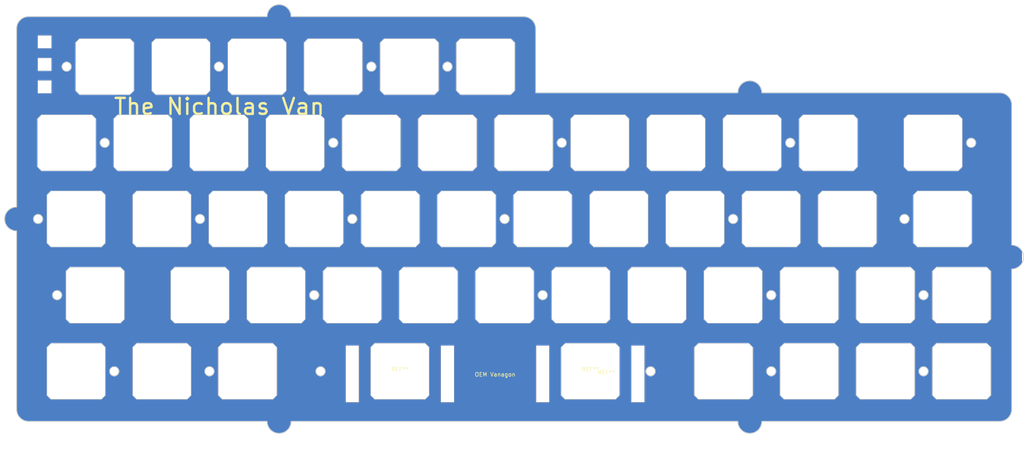
<source format=kicad_pcb>
(kicad_pcb (version 20221018) (generator pcbnew)
  (layers (0 "F.Cu" signal) (31 "B.Cu" signal) (34 "B.Paste" user) (35 "F.Paste" user) (36 "B.SilkS" user "B.Silkscreen") (37 "F.SilkS" user "F.Silkscreen") (38 "B.Mask" user) (39 "F.Mask" user) (44 "Edge.Cuts" user))
  (net 0 "")
  (net 1 "GND")
  (footprint "cipulot_parts:ecs_plate_cut_1U" (layer "F.Cu") (at 242.8875 115.8875)
    (fp_text reference "REF**")
    (fp_text value "Value " hide)
    (fp_line (start -7.3 -6) (end -7.3 6) (stroke (width 0.12)) (layer "Edge.Cuts"))
    (fp_line (start -7.3 6) (end -6.3 7) (stroke (width 0.12)) (layer "Edge.Cuts"))
    (fp_line (start -6.3 -7) (end -7.3 -6) (stroke (width 0.12)) (layer "Edge.Cuts"))
    (fp_line (start -6.3 7) (end 6.3 7) (stroke (width 0.12)) (layer "Edge.Cuts"))
    (fp_line (start 6.3 -7) (end -6.3 -7) (stroke (width 0.12)) (layer "Edge.Cuts"))
    (fp_line (start 6.3 -7) (end 7.3 -6) (stroke (width 0.12)) (layer "Edge.Cuts"))
    (fp_line (start 6.3 7) (end 7.3 6) (stroke (width 0.12)) (layer "Edge.Cuts"))
    (fp_line (start 7.3 6) (end 7.3 -6) (stroke (width 0.12)) (layer "Edge.Cuts"))
  )
  (footprint "cipulot_parts:ecs_plate_cut_1U" (layer "F.Cu") (at 45.24375 115.8875)
    (fp_text reference "REF**")
    (fp_text value "Value " hide)
    (fp_line (start -7.3 -6) (end -7.3 6) (stroke (width 0.12)) (layer "Edge.Cuts"))
    (fp_line (start -7.3 6) (end -6.3 7) (stroke (width 0.12)) (layer "Edge.Cuts"))
    (fp_line (start -6.3 -7) (end -7.3 -6) (stroke (width 0.12)) (layer "Edge.Cuts"))
    (fp_line (start -6.3 7) (end 6.3 7) (stroke (width 0.12)) (layer "Edge.Cuts"))
    (fp_line (start 6.3 -7) (end -6.3 -7) (stroke (width 0.12)) (layer "Edge.Cuts"))
    (fp_line (start 6.3 -7) (end 7.3 -6) (stroke (width 0.12)) (layer "Edge.Cuts"))
    (fp_line (start 6.3 7) (end 7.3 6) (stroke (width 0.12)) (layer "Edge.Cuts"))
    (fp_line (start 7.3 6) (end 7.3 -6) (stroke (width 0.12)) (layer "Edge.Cuts"))
  )
  (footprint "cipulot_parts:ecs_plate_cut_1U" (layer "F.Cu") (at 190.5 77.7875)
    (fp_text reference "REF**")
    (fp_text value "Value " hide)
    (fp_line (start -7.3 -6) (end -7.3 6) (stroke (width 0.12)) (layer "Edge.Cuts"))
    (fp_line (start -7.3 6) (end -6.3 7) (stroke (width 0.12)) (layer "Edge.Cuts"))
    (fp_line (start -6.3 -7) (end -7.3 -6) (stroke (width 0.12)) (layer "Edge.Cuts"))
    (fp_line (start -6.3 7) (end 6.3 7) (stroke (width 0.12)) (layer "Edge.Cuts"))
    (fp_line (start 6.3 -7) (end -6.3 -7) (stroke (width 0.12)) (layer "Edge.Cuts"))
    (fp_line (start 6.3 -7) (end 7.3 -6) (stroke (width 0.12)) (layer "Edge.Cuts"))
    (fp_line (start 6.3 7) (end 7.3 6) (stroke (width 0.12)) (layer "Edge.Cuts"))
    (fp_line (start 7.3 6) (end 7.3 -6) (stroke (width 0.12)) (layer "Edge.Cuts"))
  )
  (footprint "cipulot_parts:ecs_plate_cut_1U" (layer "F.Cu") (at 261.9375 134.9375)
    (fp_text reference "REF**")
    (fp_text value "Value " hide)
    (fp_line (start -7.3 -6) (end -7.3 6) (stroke (width 0.12)) (layer "Edge.Cuts"))
    (fp_line (start -7.3 6) (end -6.3 7) (stroke (width 0.12)) (layer "Edge.Cuts"))
    (fp_line (start -6.3 -7) (end -7.3 -6) (stroke (width 0.12)) (layer "Edge.Cuts"))
    (fp_line (start -6.3 7) (end 6.3 7) (stroke (width 0.12)) (layer "Edge.Cuts"))
    (fp_line (start 6.3 -7) (end -6.3 -7) (stroke (width 0.12)) (layer "Edge.Cuts"))
    (fp_line (start 6.3 -7) (end 7.3 -6) (stroke (width 0.12)) (layer "Edge.Cuts"))
    (fp_line (start 6.3 7) (end 7.3 6) (stroke (width 0.12)) (layer "Edge.Cuts"))
    (fp_line (start 7.3 6) (end 7.3 -6) (stroke (width 0.12)) (layer "Edge.Cuts"))
  )
  (footprint "cipulot_parts:ecs_plate_cut_1U" (layer "F.Cu") (at 123.825 58.7375)
    (fp_text reference "REF**")
    (fp_text value "Value " hide)
    (fp_line (start -7.3 -6) (end -7.3 6) (stroke (width 0.12)) (layer "Edge.Cuts"))
    (fp_line (start -7.3 6) (end -6.3 7) (stroke (width 0.12)) (layer "Edge.Cuts"))
    (fp_line (start -6.3 -7) (end -7.3 -6) (stroke (width 0.12)) (layer "Edge.Cuts"))
    (fp_line (start -6.3 7) (end 6.3 7) (stroke (width 0.12)) (layer "Edge.Cuts"))
    (fp_line (start 6.3 -7) (end -6.3 -7) (stroke (width 0.12)) (layer "Edge.Cuts"))
    (fp_line (start 6.3 -7) (end 7.3 -6) (stroke (width 0.12)) (layer "Edge.Cuts"))
    (fp_line (start 6.3 7) (end 7.3 6) (stroke (width 0.12)) (layer "Edge.Cuts"))
    (fp_line (start 7.3 6) (end 7.3 -6) (stroke (width 0.12)) (layer "Edge.Cuts"))
  )
  (footprint "cipulot_parts:ecs_plate_cut_1U" (layer "F.Cu") (at 261.9375 115.8875)
    (fp_text reference "REF**")
    (fp_text value "Value " hide)
    (fp_line (start -7.3 -6) (end -7.3 6) (stroke (width 0.12)) (layer "Edge.Cuts"))
    (fp_line (start -7.3 6) (end -6.3 7) (stroke (width 0.12)) (layer "Edge.Cuts"))
    (fp_line (start -6.3 -7) (end -7.3 -6) (stroke (width 0.12)) (layer "Edge.Cuts"))
    (fp_line (start -6.3 7) (end 6.3 7) (stroke (width 0.12)) (layer "Edge.Cuts"))
    (fp_line (start 6.3 -7) (end -6.3 -7) (stroke (width 0.12)) (layer "Edge.Cuts"))
    (fp_line (start 6.3 -7) (end 7.3 -6) (stroke (width 0.12)) (layer "Edge.Cuts"))
    (fp_line (start 6.3 7) (end 7.3 6) (stroke (width 0.12)) (layer "Edge.Cuts"))
    (fp_line (start 7.3 6) (end 7.3 -6) (stroke (width 0.12)) (layer "Edge.Cuts"))
  )
  (footprint "cipulot_parts:ecs_plate_cut_1U" (layer "F.Cu") (at 85.725 58.7375)
    (fp_text reference "REF**")
    (fp_text value "Value " hide)
    (fp_line (start -7.3 -6) (end -7.3 6) (stroke (width 0.12)) (layer "Edge.Cuts"))
    (fp_line (start -7.3 6) (end -6.3 7) (stroke (width 0.12)) (layer "Edge.Cuts"))
    (fp_line (start -6.3 -7) (end -7.3 -6) (stroke (width 0.12)) (layer "Edge.Cuts"))
    (fp_line (start -6.3 7) (end 6.3 7) (stroke (width 0.12)) (layer "Edge.Cuts"))
    (fp_line (start 6.3 -7) (end -6.3 -7) (stroke (width 0.12)) (layer "Edge.Cuts"))
    (fp_line (start 6.3 -7) (end 7.3 -6) (stroke (width 0.12)) (layer "Edge.Cuts"))
    (fp_line (start 6.3 7) (end 7.3 6) (stroke (width 0.12)) (layer "Edge.Cuts"))
    (fp_line (start 7.3 6) (end 7.3 -6) (stroke (width 0.12)) (layer "Edge.Cuts"))
  )
  (footprint "cipulot_parts:ecs_plate_cut_1U" (layer "F.Cu") (at 223.8375 115.8875)
    (fp_text reference "REF**")
    (fp_text value "Value " hide)
    (fp_line (start -7.3 -6) (end -7.3 6) (stroke (width 0.12)) (layer "Edge.Cuts"))
    (fp_line (start -7.3 6) (end -6.3 7) (stroke (width 0.12)) (layer "Edge.Cuts"))
    (fp_line (start -6.3 -7) (end -7.3 -6) (stroke (width 0.12)) (layer "Edge.Cuts"))
    (fp_line (start -6.3 7) (end 6.3 7) (stroke (width 0.12)) (layer "Edge.Cuts"))
    (fp_line (start 6.3 -7) (end -6.3 -7) (stroke (width 0.12)) (layer "Edge.Cuts"))
    (fp_line (start 6.3 -7) (end 7.3 -6) (stroke (width 0.12)) (layer "Edge.Cuts"))
    (fp_line (start 6.3 7) (end 7.3 6) (stroke (width 0.12)) (layer "Edge.Cuts"))
    (fp_line (start 7.3 6) (end 7.3 -6) (stroke (width 0.12)) (layer "Edge.Cuts"))
  )
  (footprint "cipulot_parts:costar_stab_2u" (layer "F.Cu") (at 121.44375 134.9375)
    (fp_text reference "REF**" (at 0 -0.5 unlocked) (layer "F.SilkS") (effects (font (thickness 0.1))))
    (fp_text value "costar_stab_2u")
    (fp_line (start -13.54956 -6.45005) (end -10.25055 -6.45005) (stroke (width 0.05)) (layer "Edge.Cuts"))
    (fp_line (start -13.54956 7.74925) (end -13.54956 -6.45005) (stroke (width 0.05)) (layer "Edge.Cuts"))
    (fp_line (start -10.25055 -6.45005) (end -10.25055 7.74925) (stroke (width 0.05)) (layer "Edge.Cuts"))
    (fp_line (start -10.25055 7.74925) (end -13.54956 7.74925) (stroke (width 0.05)) (layer "Edge.Cuts"))
    (fp_line (start 10.24915 -6.45005) (end 13.54955 -6.45005) (stroke (width 0.05)) (layer "Edge.Cuts"))
    (fp_line (start 10.24915 7.74925) (end 10.24915 -6.45005) (stroke (width 0.05)) (layer "Edge.Cuts"))
    (fp_line (start 13.54955 -6.45005) (end 13.54955 7.74925) (stroke (width 0.05)) (layer "Edge.Cuts"))
    (fp_line (start 13.54955 7.74925) (end 10.24915 7.74925) (stroke (width 0.05)) (layer "Edge.Cuts"))
  )
  (footprint "cipulot_parts:ecs_plate_cut_1U" (layer "F.Cu") (at 233.3625 96.8375)
    (fp_text reference "REF**")
    (fp_text value "Value " hide)
    (fp_line (start -7.3 -6) (end -7.3 6) (stroke (width 0.12)) (layer "Edge.Cuts"))
    (fp_line (start -7.3 6) (end -6.3 7) (stroke (width 0.12)) (layer "Edge.Cuts"))
    (fp_line (start -6.3 -7) (end -7.3 -6) (stroke (width 0.12)) (layer "Edge.Cuts"))
    (fp_line (start -6.3 7) (end 6.3 7) (stroke (width 0.12)) (layer "Edge.Cuts"))
    (fp_line (start 6.3 -7) (end -6.3 -7) (stroke (width 0.12)) (layer "Edge.Cuts"))
    (fp_line (start 6.3 -7) (end 7.3 -6) (stroke (width 0.12)) (layer "Edge.Cuts"))
    (fp_line (start 6.3 7) (end 7.3 6) (stroke (width 0.12)) (layer "Edge.Cuts"))
    (fp_line (start 7.3 6) (end 7.3 -6) (stroke (width 0.12)) (layer "Edge.Cuts"))
  )
  (footprint "cipulot_parts:ecs_plate_cut_1U" (layer "F.Cu") (at 61.9125 96.8375)
    (fp_text reference "REF**")
    (fp_text value "Value " hide)
    (fp_line (start -7.3 -6) (end -7.3 6) (stroke (width 0.12)) (layer "Edge.Cuts"))
    (fp_line (start -7.3 6) (end -6.3 7) (stroke (width 0.12)) (layer "Edge.Cuts"))
    (fp_line (start -6.3 -7) (end -7.3 -6) (stroke (width 0.12)) (layer "Edge.Cuts"))
    (fp_line (start -6.3 7) (end 6.3 7) (stroke (width 0.12)) (layer "Edge.Cuts"))
    (fp_line (start 6.3 -7) (end -6.3 -7) (stroke (width 0.12)) (layer "Edge.Cuts"))
    (fp_line (start 6.3 -7) (end 7.3 -6) (stroke (width 0.12)) (layer "Edge.Cuts"))
    (fp_line (start 6.3 7) (end 7.3 6) (stroke (width 0.12)) (layer "Edge.Cuts"))
    (fp_line (start 7.3 6) (end 7.3 -6) (stroke (width 0.12)) (layer "Edge.Cuts"))
  )
  (footprint "cipulot_parts:ecs_plate_cut_1U" (layer "F.Cu") (at 242.8875 134.9375)
    (fp_text reference "REF**")
    (fp_text value "Value " hide)
    (fp_line (start -7.3 -6) (end -7.3 6) (stroke (width 0.12)) (layer "Edge.Cuts"))
    (fp_line (start -7.3 6) (end -6.3 7) (stroke (width 0.12)) (layer "Edge.Cuts"))
    (fp_line (start -6.3 -7) (end -7.3 -6) (stroke (width 0.12)) (layer "Edge.Cuts"))
    (fp_line (start -6.3 7) (end 6.3 7) (stroke (width 0.12)) (layer "Edge.Cuts"))
    (fp_line (start 6.3 -7) (end -6.3 -7) (stroke (width 0.12)) (layer "Edge.Cuts"))
    (fp_line (start 6.3 -7) (end 7.3 -6) (stroke (width 0.12)) (layer "Edge.Cuts"))
    (fp_line (start 6.3 7) (end 7.3 6) (stroke (width 0.12)) (layer "Edge.Cuts"))
    (fp_line (start 7.3 6) (end 7.3 -6) (stroke (width 0.12)) (layer "Edge.Cuts"))
  )
  (footprint "cipulot_parts:ecs_plate_cut_1U" (layer "F.Cu") (at 95.25 77.7875)
    (fp_text reference "REF**")
    (fp_text value "Value " hide)
    (fp_line (start -7.3 -6) (end -7.3 6) (stroke (width 0.12)) (layer "Edge.Cuts"))
    (fp_line (start -7.3 6) (end -6.3 7) (stroke (width 0.12)) (layer "Edge.Cuts"))
    (fp_line (start -6.3 -7) (end -7.3 -6) (stroke (width 0.12)) (layer "Edge.Cuts"))
    (fp_line (start -6.3 7) (end 6.3 7) (stroke (width 0.12)) (layer "Edge.Cuts"))
    (fp_line (start 6.3 -7) (end -6.3 -7) (stroke (width 0.12)) (layer "Edge.Cuts"))
    (fp_line (start 6.3 -7) (end 7.3 -6) (stroke (width 0.12)) (layer "Edge.Cuts"))
    (fp_line (start 6.3 7) (end 7.3 6) (stroke (width 0.12)) (layer "Edge.Cuts"))
    (fp_line (start 7.3 6) (end 7.3 -6) (stroke (width 0.12)) (layer "Edge.Cuts"))
  )
  (footprint "cipulot_parts:ecs_plate_cut_1U" (layer "F.Cu") (at 169.06875 134.9375)
    (fp_text reference "REF**")
    (fp_text value "Value " hide)
    (fp_line (start -7.3 -6) (end -7.3 6) (stroke (width 0.12)) (layer "Edge.Cuts"))
    (fp_line (start -7.3 6) (end -6.3 7) (stroke (width 0.12)) (layer "Edge.Cuts"))
    (fp_line (start -6.3 -7) (end -7.3 -6) (stroke (width 0.12)) (layer "Edge.Cuts"))
    (fp_line (start -6.3 7) (end 6.3 7) (stroke (width 0.12)) (layer "Edge.Cuts"))
    (fp_line (start 6.3 -7) (end -6.3 -7) (stroke (width 0.12)) (layer "Edge.Cuts"))
    (fp_line (start 6.3 -7) (end 7.3 -6) (stroke (width 0.12)) (layer "Edge.Cuts"))
    (fp_line (start 6.3 7) (end 7.3 6) (stroke (width 0.12)) (layer "Edge.Cuts"))
    (fp_line (start 7.3 6) (end 7.3 -6) (stroke (width 0.12)) (layer "Edge.Cuts"))
  )
  (footprint "cipulot_parts:ecs_plate_cut_1U" (layer "F.Cu") (at 157.1625 96.8375)
    (fp_text reference "REF**")
    (fp_text value "Value " hide)
    (fp_line (start -7.3 -6) (end -7.3 6) (stroke (width 0.12)) (layer "Edge.Cuts"))
    (fp_line (start -7.3 6) (end -6.3 7) (stroke (width 0.12)) (layer "Edge.Cuts"))
    (fp_line (start -6.3 -7) (end -7.3 -6) (stroke (width 0.12)) (layer "Edge.Cuts"))
    (fp_line (start -6.3 7) (end 6.3 7) (stroke (width 0.12)) (layer "Edge.Cuts"))
    (fp_line (start 6.3 -7) (end -6.3 -7) (stroke (width 0.12)) (layer "Edge.Cuts"))
    (fp_line (start 6.3 -7) (end 7.3 -6) (stroke (width 0.12)) (layer "Edge.Cuts"))
    (fp_line (start 6.3 7) (end 7.3 6) (stroke (width 0.12)) (layer "Edge.Cuts"))
    (fp_line (start 7.3 6) (end 7.3 -6) (stroke (width 0.12)) (layer "Edge.Cuts"))
  )
  (footprint "cipulot_parts:ecs_plate_cut_1U" (layer "F.Cu") (at 109.5375 115.8875)
    (fp_text reference "REF**")
    (fp_text value "Value " hide)
    (fp_line (start -7.3 -6) (end -7.3 6) (stroke (width 0.12)) (layer "Edge.Cuts"))
    (fp_line (start -7.3 6) (end -6.3 7) (stroke (width 0.12)) (layer "Edge.Cuts"))
    (fp_line (start -6.3 -7) (end -7.3 -6) (stroke (width 0.12)) (layer "Edge.Cuts"))
    (fp_line (start -6.3 7) (end 6.3 7) (stroke (width 0.12)) (layer "Edge.Cuts"))
    (fp_line (start 6.3 -7) (end -6.3 -7) (stroke (width 0.12)) (layer "Edge.Cuts"))
    (fp_line (start 6.3 -7) (end 7.3 -6) (stroke (width 0.12)) (layer "Edge.Cuts"))
    (fp_line (start 6.3 7) (end 7.3 6) (stroke (width 0.12)) (layer "Edge.Cuts"))
    (fp_line (start 7.3 6) (end 7.3 -6) (stroke (width 0.12)) (layer "Edge.Cuts"))
  )
  (footprint "cipulot_parts:ecs_plate_cut_1U" (layer "F.Cu") (at 176.2125 96.8375)
    (fp_text reference "REF**")
    (fp_text value "Value " hide)
    (fp_line (start -7.3 -6) (end -7.3 6) (stroke (width 0.12)) (layer "Edge.Cuts"))
    (fp_line (start -7.3 6) (end -6.3 7) (stroke (width 0.12)) (layer "Edge.Cuts"))
    (fp_line (start -6.3 -7) (end -7.3 -6) (stroke (width 0.12)) (layer "Edge.Cuts"))
    (fp_line (start -6.3 7) (end 6.3 7) (stroke (width 0.12)) (layer "Edge.Cuts"))
    (fp_line (start 6.3 -7) (end -6.3 -7) (stroke (width 0.12)) (layer "Edge.Cuts"))
    (fp_line (start 6.3 -7) (end 7.3 -6) (stroke (width 0.12)) (layer "Edge.Cuts"))
    (fp_line (start 6.3 7) (end 7.3 6) (stroke (width 0.12)) (layer "Edge.Cuts"))
    (fp_line (start 7.3 6) (end 7.3 -6) (stroke (width 0.12)) (layer "Edge.Cuts"))
  )
  (footprint "cipulot_parts:ecs_plate_cut_1U" (layer "F.Cu") (at 76.2 77.7875)
    (fp_text reference "REF**")
    (fp_text value "Value " hide)
    (fp_line (start -7.3 -6) (end -7.3 6) (stroke (width 0.12)) (layer "Edge.Cuts"))
    (fp_line (start -7.3 6) (end -6.3 7) (stroke (width 0.12)) (layer "Edge.Cuts"))
    (fp_line (start -6.3 -7) (end -7.3 -6) (stroke (width 0.12)) (layer "Edge.Cuts"))
    (fp_line (start -6.3 7) (end 6.3 7) (stroke (width 0.12)) (layer "Edge.Cuts"))
    (fp_line (start 6.3 -7) (end -6.3 -7) (stroke (width 0.12)) (layer "Edge.Cuts"))
    (fp_line (start 6.3 -7) (end 7.3 -6) (stroke (width 0.12)) (layer "Edge.Cuts"))
    (fp_line (start 6.3 7) (end 7.3 6) (stroke (width 0.12)) (layer "Edge.Cuts"))
    (fp_line (start 7.3 6) (end 7.3 -6) (stroke (width 0.12)) (layer "Edge.Cuts"))
  )
  (footprint "cipulot_parts:ecs_plate_cut_1U" (layer "F.Cu") (at 66.675 58.7375)
    (fp_text reference "REF**")
    (fp_text value "Value " hide)
    (fp_line (start -7.3 -6) (end -7.3 6) (stroke (width 0.12)) (layer "Edge.Cuts"))
    (fp_line (start -7.3 6) (end -6.3 7) (stroke (width 0.12)) (layer "Edge.Cuts"))
    (fp_line (start -6.3 -7) (end -7.3 -6) (stroke (width 0.12)) (layer "Edge.Cuts"))
    (fp_line (start -6.3 7) (end 6.3 7) (stroke (width 0.12)) (layer "Edge.Cuts"))
    (fp_line (start 6.3 -7) (end -6.3 -7) (stroke (width 0.12)) (layer "Edge.Cuts"))
    (fp_line (start 6.3 -7) (end 7.3 -6) (stroke (width 0.12)) (layer "Edge.Cuts"))
    (fp_line (start 6.3 7) (end 7.3 6) (stroke (width 0.12)) (layer "Edge.Cuts"))
    (fp_line (start 7.3 6) (end 7.3 -6) (stroke (width 0.12)) (layer "Edge.Cuts"))
  )
  (footprint "cipulot_parts:costar_stab_2u" (layer "F.Cu") (at 169.06875 134.9375)
    (fp_text reference "REF**" (at 0 -0.5 unlocked) (layer "F.SilkS") (effects (font (thickness 0.1))))
    (fp_text value "costar_stab_2u")
    (fp_line (start -13.54956 -6.45005) (end -10.25055 -6.45005) (stroke (width 0.05)) (layer "Edge.Cuts"))
    (fp_line (start -13.54956 7.74925) (end -13.54956 -6.45005) (stroke (width 0.05)) (layer "Edge.Cuts"))
    (fp_line (start -10.25055 -6.45005) (end -10.25055 7.74925) (stroke (width 0.05)) (layer "Edge.Cuts"))
    (fp_line (start -10.25055 7.74925) (end -13.54956 7.74925) (stroke (width 0.05)) (layer "Edge.Cuts"))
    (fp_line (start 10.24915 -6.45005) (end 13.54955 -6.45005) (stroke (width 0.05)) (layer "Edge.Cuts"))
    (fp_line (start 10.24915 7.74925) (end 10.24915 -6.45005) (stroke (width 0.05)) (layer "Edge.Cuts"))
    (fp_line (start 13.54955 -6.45005) (end 13.54955 7.74925) (stroke (width 0.05)) (layer "Edge.Cuts"))
    (fp_line (start 13.54955 7.74925) (end 10.24915 7.74925) (stroke (width 0.05)) (layer "Edge.Cuts"))
  )
  (footprint "cipulot_parts:ecs_plate_cut_1U" (layer "F.Cu") (at 128.5875 115.8875)
    (fp_text reference "REF**")
    (fp_text value "Value " hide)
    (fp_line (start -7.3 -6) (end -7.3 6) (stroke (width 0.12)) (layer "Edge.Cuts"))
    (fp_line (start -7.3 6) (end -6.3 7) (stroke (width 0.12)) (layer "Edge.Cuts"))
    (fp_line (start -6.3 -7) (end -7.3 -6) (stroke (width 0.12)) (layer "Edge.Cuts"))
    (fp_line (start -6.3 7) (end 6.3 7) (stroke (width 0.12)) (layer "Edge.Cuts"))
    (fp_line (start 6.3 -7) (end -6.3 -7) (stroke (width 0.12)) (layer "Edge.Cuts"))
    (fp_line (start 6.3 -7) (end 7.3 -6) (stroke (width 0.12)) (layer "Edge.Cuts"))
    (fp_line (start 6.3 7) (end 7.3 6) (stroke (width 0.12)) (layer "Edge.Cuts"))
    (fp_line (start 7.3 6) (end 7.3 -6) (stroke (width 0.12)) (layer "Edge.Cuts"))
  )
  (footprint "cipulot_parts:ecs_plate_cut_1U" (layer "F.Cu") (at 40.48125 134.9375)
    (fp_text reference "REF**")
    (fp_text value "Value " hide)
    (fp_line (start -7.3 -6) (end -7.3 6) (stroke (width 0.12)) (layer "Edge.Cuts"))
    (fp_line (start -7.3 6) (end -6.3 7) (stroke (width 0.12)) (layer "Edge.Cuts"))
    (fp_line (start -6.3 -7) (end -7.3 -6) (stroke (width 0.12)) (layer "Edge.Cuts"))
    (fp_line (start -6.3 7) (end 6.3 7) (stroke (width 0.12)) (layer "Edge.Cuts"))
    (fp_line (start 6.3 -7) (end -6.3 -7) (stroke (width 0.12)) (layer "Edge.Cuts"))
    (fp_line (start 6.3 -7) (end 7.3 -6) (stroke (width 0.12)) (layer "Edge.Cuts"))
    (fp_line (start 6.3 7) (end 7.3 6) (stroke (width 0.12)) (layer "Edge.Cuts"))
    (fp_line (start 7.3 6) (end 7.3 -6) (stroke (width 0.12)) (layer "Edge.Cuts"))
  )
  (footprint "cipulot_parts:ecs_plate_cut_1U" (layer "F.Cu") (at 57.15 77.7875)
    (fp_text reference "REF**")
    (fp_text value "Value " hide)
    (fp_line (start -7.3 -6) (end -7.3 6) (stroke (width 0.12)) (layer "Edge.Cuts"))
    (fp_line (start -7.3 6) (end -6.3 7) (stroke (width 0.12)) (layer "Edge.Cuts"))
    (fp_line (start -6.3 -7) (end -7.3 -6) (stroke (width 0.12)) (layer "Edge.Cuts"))
    (fp_line (start -6.3 7) (end 6.3 7) (stroke (width 0.12)) (layer "Edge.Cuts"))
    (fp_line (start 6.3 -7) (end -6.3 -7) (stroke (width 0.12)) (layer "Edge.Cuts"))
    (fp_line (start 6.3 -7) (end 7.3 -6) (stroke (width 0.12)) (layer "Edge.Cuts"))
    (fp_line (start 6.3 7) (end 7.3 6) (stroke (width 0.12)) (layer "Edge.Cuts"))
    (fp_line (start 7.3 6) (end 7.3 -6) (stroke (width 0.12)) (layer "Edge.Cuts"))
  )
  (footprint "cipulot_parts:ecs_plate_cut_1U" (layer "F.Cu") (at 47.625 58.7375)
    (fp_text reference "REF**")
    (fp_text value "Value " hide)
    (fp_line (start -7.3 -6) (end -7.3 6) (stroke (width 0.12)) (layer "Edge.Cuts"))
    (fp_line (start -7.3 6) (end -6.3 7) (stroke (width 0.12)) (layer "Edge.Cuts"))
    (fp_line (start -6.3 -7) (end -7.3 -6) (stroke (width 0.12)) (layer "Edge.Cuts"))
    (fp_line (start -6.3 7) (end 6.3 7) (stroke (width 0.12)) (layer "Edge.Cuts"))
    (fp_line (start 6.3 -7) (end -6.3 -7) (stroke (width 0.12)) (layer "Edge.Cuts"))
    (fp_line (start 6.3 -7) (end 7.3 -6) (stroke (width 0.12)) (layer "Edge.Cuts"))
    (fp_line (start 6.3 7) (end 7.3 6) (stroke (width 0.12)) (layer "Edge.Cuts"))
    (fp_line (start 7.3 6) (end 7.3 -6) (stroke (width 0.12)) (layer "Edge.Cuts"))
  )
  (footprint "cipulot_parts:ecs_plate_cut_1U" (layer "F.Cu") (at 40.48125 96.8375)
    (fp_text reference "REF**")
    (fp_text value "Value " hide)
    (fp_line (start -7.3 -6) (end -7.3 6) (stroke (width 0.12)) (layer "Edge.Cuts"))
    (fp_line (start -7.3 6) (end -6.3 7) (stroke (width 0.12)) (layer "Edge.Cuts"))
    (fp_line (start -6.3 -7) (end -7.3 -6) (stroke (width 0.12)) (layer "Edge.Cuts"))
    (fp_line (start -6.3 7) (end 6.3 7) (stroke (width 0.12)) (layer "Edge.Cuts"))
    (fp_line (start 6.3 -7) (end -6.3 -7) (stroke (width 0.12)) (layer "Edge.Cuts"))
    (fp_line (start 6.3 -7) (end 7.3 -6) (stroke (width 0.12)) (layer "Edge.Cuts"))
    (fp_line (start 6.3 7) (end 7.3 6) (stroke (width 0.12)) (layer "Edge.Cuts"))
    (fp_line (start 7.3 6) (end 7.3 -6) (stroke (width 0.12)) (layer "Edge.Cuts"))
  )
  (footprint "cipulot_parts:ecs_plate_cut_1U" (layer "F.Cu") (at 171.45 77.7875)
    (fp_text reference "REF**")
    (fp_text value "Value " hide)
    (fp_line (start -7.3 -6) (end -7.3 6) (stroke (width 0.12)) (layer "Edge.Cuts"))
    (fp_line (start -7.3 6) (end -6.3 7) (stroke (width 0.12)) (layer "Edge.Cuts"))
    (fp_line (start -6.3 -7) (end -7.3 -6) (stroke (width 0.12)) (layer "Edge.Cuts"))
    (fp_line (start -6.3 7) (end 6.3 7) (stroke (width 0.12)) (layer "Edge.Cuts"))
    (fp_line (start 6.3 -7) (end -6.3 -7) (stroke (width 0.12)) (layer "Edge.Cuts"))
    (fp_line (start 6.3 -7) (end 7.3 -6) (stroke (width 0.12)) (layer "Edge.Cuts"))
    (fp_line (start 6.3 7) (end 7.3 6) (stroke (width 0.12)) (layer "Edge.Cuts"))
    (fp_line (start 7.3 6) (end 7.3 -6) (stroke (width 0.12)) (layer "Edge.Cuts"))
  )
  (footprint "cipulot_parts:ecs_plate_cut_1U" (layer "F.Cu") (at 100.0125 96.8375)
    (fp_text reference "REF**")
    (fp_text value "Value " hide)
    (fp_line (start -7.3 -6) (end -7.3 6) (stroke (width 0.12)) (layer "Edge.Cuts"))
    (fp_line (start -7.3 6) (end -6.3 7) (stroke (width 0.12)) (layer "Edge.Cuts"))
    (fp_line (start -6.3 -7) (end -7.3 -6) (stroke (width 0.12)) (layer "Edge.Cuts"))
    (fp_line (start -6.3 7) (end 6.3 7) (stroke (width 0.12)) (layer "Edge.Cuts"))
    (fp_line (start 6.3 -7) (end -6.3 -7) (stroke (width 0.12)) (layer "Edge.Cuts"))
    (fp_line (start 6.3 -7) (end 7.3 -6) (stroke (width 0.12)) (layer "Edge.Cuts"))
    (fp_line (start 6.3 7) (end 7.3 6) (stroke (width 0.12)) (layer "Edge.Cuts"))
    (fp_line (start 7.3 6) (end 7.3 -6) (stroke (width 0.12)) (layer "Edge.Cuts"))
  )
  (footprint "cipulot_parts:ecs_plate_cut_1U" (layer "F.Cu") (at 114.3 77.7875)
    (fp_text reference "REF**")
    (fp_text value "Value " hide)
    (fp_line (start -7.3 -6) (end -7.3 6) (stroke (width 0.12)) (layer "Edge.Cuts"))
    (fp_line (start -7.3 6) (end -6.3 7) (stroke (width 0.12)) (layer "Edge.Cuts"))
    (fp_line (start -6.3 -7) (end -7.3 -6) (stroke (width 0.12)) (layer "Edge.Cuts"))
    (fp_line (start -6.3 7) (end 6.3 7) (stroke (width 0.12)) (layer "Edge.Cuts"))
    (fp_line (start 6.3 -7) (end -6.3 -7) (stroke (width 0.12)) (layer "Edge.Cuts"))
    (fp_line (start 6.3 -7) (end 7.3 -6) (stroke (width 0.12)) (layer "Edge.Cuts"))
    (fp_line (start 6.3 7) (end 7.3 6) (stroke (width 0.12)) (layer "Edge.Cuts"))
    (fp_line (start 7.3 6) (end 7.3 -6) (stroke (width 0.12)) (layer "Edge.Cuts"))
  )
  (footprint "cipulot_parts:ecs_plate_cut_1U" (layer "F.Cu") (at 204.7875 115.8875)
    (fp_text reference "REF**")
    (fp_text value "Value " hide)
    (fp_line (start -7.3 -6) (end -7.3 6) (stroke (width 0.12)) (layer "Edge.Cuts"))
    (fp_line (start -7.3 6) (end -6.3 7) (stroke (width 0.12)) (layer "Edge.Cuts"))
    (fp_line (start -6.3 -7) (end -7.3 -6) (stroke (width 0.12)) (layer "Edge.Cuts"))
    (fp_line (start -6.3 7) (end 6.3 7) (stroke (width 0.12)) (layer "Edge.Cuts"))
    (fp_line (start 6.3 -7) (end -6.3 -7) (stroke (width 0.12)) (layer "Edge.Cuts"))
    (fp_line (start 6.3 -7) (end 7.3 -6) (stroke (width 0.12)) (layer "Edge.Cuts"))
    (fp_line (start 6.3 7) (end 7.3 6) (stroke (width 0.12)) (layer "Edge.Cuts"))
    (fp_line (start 7.3 6) (end 7.3 -6) (stroke (width 0.12)) (layer "Edge.Cuts"))
  )
  (footprint "cipulot_parts:ecs_plate_cut_1U" (layer "F.Cu") (at 80.9625 96.8375)
    (fp_text reference "REF**")
    (fp_text value "Value " hide)
    (fp_line (start -7.3 -6) (end -7.3 6) (stroke (width 0.12)) (layer "Edge.Cuts"))
    (fp_line (start -7.3 6) (end -6.3 7) (stroke (width 0.12)) (layer "Edge.Cuts"))
    (fp_line (start -6.3 -7) (end -7.3 -6) (stroke (width 0.12)) (layer "Edge.Cuts"))
    (fp_line (start -6.3 7) (end 6.3 7) (stroke (width 0.12)) (layer "Edge.Cuts"))
    (fp_line (start 6.3 -7) (end -6.3 -7) (stroke (width 0.12)) (layer "Edge.Cuts"))
    (fp_line (start 6.3 -7) (end 7.3 -6) (stroke (width 0.12)) (layer "Edge.Cuts"))
    (fp_line (start 6.3 7) (end 7.3 6) (stroke (width 0.12)) (layer "Edge.Cuts"))
    (fp_line (start 7.3 6) (end 7.3 -6) (stroke (width 0.12)) (layer "Edge.Cuts"))
  )
  (footprint "cipulot_parts:ecs_plate_cut_1U" (layer "F.Cu") (at 83.34375 134.9375)
    (fp_text reference "REF**")
    (fp_text value "Value " hide)
    (fp_line (start -7.3 -6) (end -7.3 6) (stroke (width 0.12)) (layer "Edge.Cuts"))
    (fp_line (start -7.3 6) (end -6.3 7) (stroke (width 0.12)) (layer "Edge.Cuts"))
    (fp_line (start -6.3 -7) (end -7.3 -6) (stroke (width 0.12)) (layer "Edge.Cuts"))
    (fp_line (start -6.3 7) (end 6.3 7) (stroke (width 0.12)) (layer "Edge.Cuts"))
    (fp_line (start 6.3 -7) (end -6.3 -7) (stroke (width 0.12)) (layer "Edge.Cuts"))
    (fp_line (start 6.3 -7) (end 7.3 -6) (stroke (width 0.12)) (layer "Edge.Cuts"))
    (fp_line (start 6.3 7) (end 7.3 6) (stroke (width 0.12)) (layer "Edge.Cuts"))
    (fp_line (start 7.3 6) (end 7.3 -6) (stroke (width 0.12)) (layer "Edge.Cuts"))
  )
  (footprint "cipulot_parts:ecs_plate_cut_1U" (layer "F.Cu") (at 214.3125 96.8375)
    (fp_text reference "REF**")
    (fp_text value "Value " hide)
    (fp_line (start -7.3 -6) (end -7.3 6) (stroke (width 0.12)) (layer "Edge.Cuts"))
    (fp_line (start -7.3 6) (end -6.3 7) (stroke (width 0.12)) (layer "Edge.Cuts"))
    (fp_line (start -6.3 -7) (end -7.3 -6) (stroke (width 0.12)) (layer "Edge.Cuts"))
    (fp_line (start -6.3 7) (end 6.3 7) (stroke (width 0.12)) (layer "Edge.Cuts"))
    (fp_line (start 6.3 -7) (end -6.3 -7) (stroke (width 0.12)) (layer "Edge.Cuts"))
    (fp_line (start 6.3 -7) (end 7.3 -6) (stroke (width 0.12)) (layer "Edge.Cuts"))
    (fp_line (start 6.3 7) (end 7.3 6) (stroke (width 0.12)) (layer "Edge.Cuts"))
    (fp_line (start 7.3 6) (end 7.3 -6) (stroke (width 0.12)) (layer "Edge.Cuts"))
  )
  (footprint "cipulot_parts:ecs_plate_cut_1U" (layer "F.Cu") (at 38.1 77.7875)
    (fp_text reference "REF**")
    (fp_text value "Value " hide)
    (fp_line (start -7.3 -6) (end -7.3 6) (stroke (width 0.12)) (layer "Edge.Cuts"))
    (fp_line (start -7.3 6) (end -6.3 7) (stroke (width 0.12)) (layer "Edge.Cuts"))
    (fp_line (start -6.3 -7) (end -7.3 -6) (stroke (width 0.12)) (layer "Edge.Cuts"))
    (fp_line (start -6.3 7) (end 6.3 7) (stroke (width 0.12)) (layer "Edge.Cuts"))
    (fp_line (start 6.3 -7) (end -6.3 -7) (stroke (width 0.12)) (layer "Edge.Cuts"))
    (fp_line (start 6.3 -7) (end 7.3 -6) (stroke (width 0.12)) (layer "Edge.Cuts"))
    (fp_line (start 6.3 7) (end 7.3 6) (stroke (width 0.12)) (layer "Edge.Cuts"))
    (fp_line (start 7.3 6) (end 7.3 -6) (stroke (width 0.12)) (layer "Edge.Cuts"))
  )
  (footprint "cipulot_parts:ecs_plate_cut_1U" (layer "F.Cu") (at 121.44375 134.9375)
    (fp_text reference "REF**")
    (fp_text value "Value " hide)
    (fp_line (start -7.3 -6) (end -7.3 6) (stroke (width 0.12)) (layer "Edge.Cuts"))
    (fp_line (start -7.3 6) (end -6.3 7) (stroke (width 0.12)) (layer "Edge.Cuts"))
    (fp_line (start -6.3 -7) (end -7.3 -6) (stroke (width 0.12)) (layer "Edge.Cuts"))
    (fp_line (start -6.3 7) (end 6.3 7) (stroke (width 0.12)) (layer "Edge.Cuts"))
    (fp_line (start 6.3 -7) (end -6.3 -7) (stroke (width 0.12)) (layer "Edge.Cuts"))
    (fp_line (start 6.3 -7) (end 7.3 -6) (stroke (width 0.12)) (layer "Edge.Cuts"))
    (fp_line (start 6.3 7) (end 7.3 6) (stroke (width 0.12)) (layer "Edge.Cuts"))
    (fp_line (start 7.3 6) (end 7.3 -6) (stroke (width 0.12)) (layer "Edge.Cuts"))
  )
  (footprint "cipulot_parts:ecs_plate_cut_1U" (layer "F.Cu") (at 138.1125 96.8375)
    (fp_text reference "REF**")
    (fp_text value "Value " hide)
    (fp_line (start -7.3 -6) (end -7.3 6) (stroke (width 0.12)) (layer "Edge.Cuts"))
    (fp_line (start -7.3 6) (end -6.3 7) (stroke (width 0.12)) (layer "Edge.Cuts"))
    (fp_line (start -6.3 -7) (end -7.3 -6) (stroke (width 0.12)) (layer "Edge.Cuts"))
    (fp_line (start -6.3 7) (end 6.3 7) (stroke (width 0.12)) (layer "Edge.Cuts"))
    (fp_line (start 6.3 -7) (end -6.3 -7) (stroke (width 0.12)) (layer "Edge.Cuts"))
    (fp_line (start 6.3 -7) (end 7.3 -6) (stroke (width 0.12)) (layer "Edge.Cuts"))
    (fp_line (start 6.3 7) (end 7.3 6) (stroke (width 0.12)) (layer "Edge.Cuts"))
    (fp_line (start 7.3 6) (end 7.3 -6) (stroke (width 0.12)) (layer "Edge.Cuts"))
  )
  (footprint "cipulot_parts:ecs_plate_cut_1U" (layer "F.Cu") (at 202.40625 134.9375)
    (fp_text reference "REF**")
    (fp_text value "Value " hide)
    (fp_line (start -7.3 -6) (end -7.3 6) (stroke (width 0.12)) (layer "Edge.Cuts"))
    (fp_line (start -7.3 6) (end -6.3 7) (stroke (width 0.12)) (layer "Edge.Cuts"))
    (fp_line (start -6.3 -7) (end -7.3 -6) (stroke (width 0.12)) (layer "Edge.Cuts"))
    (fp_line (start -6.3 7) (end 6.3 7) (stroke (width 0.12)) (layer "Edge.Cuts"))
    (fp_line (start 6.3 -7) (end -6.3 -7) (stroke (width 0.12)) (layer "Edge.Cuts"))
    (fp_line (start 6.3 -7) (end 7.3 -6) (stroke (width 0.12)) (layer "Edge.Cuts"))
    (fp_line (start 6.3 7) (end 7.3 6) (stroke (width 0.12)) (layer "Edge.Cuts"))
    (fp_line (start 7.3 6) (end 7.3 -6) (stroke (width 0.12)) (layer "Edge.Cuts"))
  )
  (footprint "cipulot_parts:ecs_plate_cut_1U" (layer "F.Cu") (at 254.79375 77.7875)
    (fp_text reference "REF**")
    (fp_text value "Value " hide)
    (fp_line (start -7.3 -6) (end -7.3 6) (stroke (width 0.12)) (layer "Edge.Cuts"))
    (fp_line (start -7.3 6) (end -6.3 7) (stroke (width 0.12)) (layer "Edge.Cuts"))
    (fp_line (start -6.3 -7) (end -7.3 -6) (stroke (width 0.12)) (layer "Edge.Cuts"))
    (fp_line (start -6.3 7) (end 6.3 7) (stroke (width 0.12)) (layer "Edge.Cuts"))
    (fp_line (start 6.3 -7) (end -6.3 -7) (stroke (width 0.12)) (layer "Edge.Cuts"))
    (fp_line (start 6.3 -7) (end 7.3 -6) (stroke (width 0.12)) (layer "Edge.Cuts"))
    (fp_line (start 6.3 7) (end 7.3 6) (stroke (width 0.12)) (layer "Edge.Cuts"))
    (fp_line (start 7.3 6) (end 7.3 -6) (stroke (width 0.12)) (layer "Edge.Cuts"))
  )
  (footprint "cipulot_parts:ecs_plate_cut_1U" (layer "F.Cu") (at 223.8375 134.9375)
    (fp_text reference "REF**")
    (fp_text value "Value " hide)
    (fp_line (start -7.3 -6) (end -7.3 6) (stroke (width 0.12)) (layer "Edge.Cuts"))
    (fp_line (start -7.3 6) (end -6.3 7) (stroke (width 0.12)) (layer "Edge.Cuts"))
    (fp_line (start -6.3 -7) (end -7.3 -6) (stroke (width 0.12)) (layer "Edge.Cuts"))
    (fp_line (start -6.3 7) (end 6.3 7) (stroke (width 0.12)) (layer "Edge.Cuts"))
    (fp_line (start 6.3 -7) (end -6.3 -7) (stroke (width 0.12)) (layer "Edge.Cuts"))
    (fp_line (start 6.3 -7) (end 7.3 -6) (stroke (width 0.12)) (layer "Edge.Cuts"))
    (fp_line (start 6.3 7) (end 7.3 6) (stroke (width 0.12)) (layer "Edge.Cuts"))
    (fp_line (start 7.3 6) (end 7.3 -6) (stroke (width 0.12)) (layer "Edge.Cuts"))
  )
  (footprint "cipulot_parts:ecs_plate_cut_1U" (layer "F.Cu") (at 209.55 77.7875)
    (fp_text reference "REF**")
    (fp_text value "Value " hide)
    (fp_line (start -7.3 -6) (end -7.3 6) (stroke (width 0.12)) (layer "Edge.Cuts"))
    (fp_line (start -7.3 6) (end -6.3 7) (stroke (width 0.12)) (layer "Edge.Cuts"))
    (fp_line (start -6.3 -7) (end -7.3 -6) (stroke (width 0.12)) (layer "Edge.Cuts"))
    (fp_line (start -6.3 7) (end 6.3 7) (stroke (width 0.12)) (layer "Edge.Cuts"))
    (fp_line (start 6.3 -7) (end -6.3 -7) (stroke (width 0.12)) (layer "Edge.Cuts"))
    (fp_line (start 6.3 -7) (end 7.3 -6) (stroke (width 0.12)) (layer "Edge.Cuts"))
    (fp_line (start 6.3 7) (end 7.3 6) (stroke (width 0.12)) (layer "Edge.Cuts"))
    (fp_line (start 7.3 6) (end 7.3 -6) (stroke (width 0.12)) (layer "Edge.Cuts"))
  )
  (footprint "cipulot_parts:ecs_plate_cut_1U" (layer "F.Cu") (at 195.2625 96.8375)
    (fp_text reference "REF**")
    (fp_text value "Value " hide)
    (fp_line (start -7.3 -6) (end -7.3 6) (stroke (width 0.12)) (layer "Edge.Cuts"))
    (fp_line (start -7.3 6) (end -6.3 7) (stroke (width 0.12)) (layer "Edge.Cuts"))
    (fp_line (start -6.3 -7) (end -7.3 -6) (stroke (width 0.12)) (layer "Edge.Cuts"))
    (fp_line (start -6.3 7) (end 6.3 7) (stroke (width 0.12)) (layer "Edge.Cuts"))
    (fp_line (start 6.3 -7) (end -6.3 -7) (stroke (width 0.12)) (layer "Edge.Cuts"))
    (fp_line (start 6.3 -7) (end 7.3 -6) (stroke (width 0.12)) (layer "Edge.Cuts"))
    (fp_line (start 6.3 7) (end 7.3 6) (stroke (width 0.12)) (layer "Edge.Cuts"))
    (fp_line (start 7.3 6) (end 7.3 -6) (stroke (width 0.12)) (layer "Edge.Cuts"))
  )
  (footprint "cipulot_parts:ecs_plate_cut_1U" (layer "F.Cu") (at 185.7375 115.8875)
    (fp_text reference "REF**")
    (fp_text value "Value " hide)
    (fp_line (start -7.3 -6) (end -7.3 6) (stroke (width 0.12)) (layer "Edge.Cuts"))
    (fp_line (start -7.3 6) (end -6.3 7) (stroke (width 0.12)) (layer "Edge.Cuts"))
    (fp_line (start -6.3 -7) (end -7.3 -6) (stroke (width 0.12)) (layer "Edge.Cuts"))
    (fp_line (start -6.3 7) (end 6.3 7) (stroke (width 0.12)) (layer "Edge.Cuts"))
    (fp_line (start 6.3 -7) (end -6.3 -7) (stroke (width 0.12)) (layer "Edge.Cuts"))
    (fp_line (start 6.3 -7) (end 7.3 -6) (stroke (width 0.12)) (layer "Edge.Cuts"))
    (fp_line (start 6.3 7) (end 7.3 6) (stroke (width 0.12)) (layer "Edge.Cuts"))
    (fp_line (start 7.3 6) (end 7.3 -6) (stroke (width 0.12)) (layer "Edge.Cuts"))
  )
  (footprint "cipulot_parts:ecs_plate_cut_1U" (layer "F.Cu") (at 61.9125 134.9375)
    (fp_text reference "REF**")
    (fp_text value "Value " hide)
    (fp_line (start -7.3 -6) (end -7.3 6) (stroke (width 0.12)) (layer "Edge.Cuts"))
    (fp_line (start -7.3 6) (end -6.3 7) (stroke (width 0.12)) (layer "Edge.Cuts"))
    (fp_line (start -6.3 -7) (end -7.3 -6) (stroke (width 0.12)) (layer "Edge.Cuts"))
    (fp_line (start -6.3 7) (end 6.3 7) (stroke (width 0.12)) (layer "Edge.Cuts"))
    (fp_line (start 6.3 -7) (end -6.3 -7) (stroke (width 0.12)) (layer "Edge.Cuts"))
    (fp_line (start 6.3 -7) (end 7.3 -6) (stroke (width 0.12)) (layer "Edge.Cuts"))
    (fp_line (start 6.3 7) (end 7.3 6) (stroke (width 0.12)) (layer "Edge.Cuts"))
    (fp_line (start 7.3 6) (end 7.3 -6) (stroke (width 0.12)) (layer "Edge.Cuts"))
  )
  (footprint "cipulot_parts:ecs_plate_cut_1U" (layer "F.Cu") (at 147.6375 115.8875)
    (fp_text reference "REF**")
    (fp_text value "Value " hide)
    (fp_line (start -7.3 -6) (end -7.3 6) (stroke (width 0.12)) (layer "Edge.Cuts"))
    (fp_line (start -7.3 6) (end -6.3 7) (stroke (width 0.12)) (layer "Edge.Cuts"))
    (fp_line (start -6.3 -7) (end -7.3 -6) (stroke (width 0.12)) (layer "Edge.Cuts"))
    (fp_line (start -6.3 7) (end 6.3 7) (stroke (width 0.12)) (layer "Edge.Cuts"))
    (fp_line (start 6.3 -7) (end -6.3 -7) (stroke (width 0.12)) (layer "Edge.Cuts"))
    (fp_line (start 6.3 -7) (end 7.3 -6) (stroke (width 0.12)) (layer "Edge.Cuts"))
    (fp_line (start 6.3 7) (end 7.3 6) (stroke (width 0.12)) (layer "Edge.Cuts"))
    (fp_line (start 7.3 6) (end 7.3 -6) (stroke (width 0.12)) (layer "Edge.Cuts"))
  )
  (footprint "cipulot_parts:ecs_plate_cut_1U" (layer "F.Cu") (at 119.0625 96.8375)
    (fp_text reference "REF**")
    (fp_text value "Value " hide)
    (fp_line (start -7.3 -6) (end -7.3 6) (stroke (width 0.12)) (layer "Edge.Cuts"))
    (fp_line (start -7.3 6) (end -6.3 7) (stroke (width 0.12)) (layer "Edge.Cuts"))
    (fp_line (start -6.3 -7) (end -7.3 -6) (stroke (width 0.12)) (layer "Edge.Cuts"))
    (fp_line (start -6.3 7) (end 6.3 7) (stroke (width 0.12)) (layer "Edge.Cuts"))
    (fp_line (start 6.3 -7) (end -6.3 -7) (stroke (width 0.12)) (layer "Edge.Cuts"))
    (fp_line (start 6.3 -7) (end 7.3 -6) (stroke (width 0.12)) (layer "Edge.Cuts"))
    (fp_line (start 6.3 7) (end 7.3 6) (stroke (width 0.12)) (layer "Edge.Cuts"))
    (fp_line (start 7.3 6) (end 7.3 -6) (stroke (width 0.12)) (layer "Edge.Cuts"))
  )
  (footprint "cipulot_parts:ecs_plate_cut_1U" (layer "F.Cu") (at 152.4 77.7875)
    (fp_text reference "REF**")
    (fp_text value "Value " hide)
    (fp_line (start -7.3 -6) (end -7.3 6) (stroke (width 0.12)) (layer "Edge.Cuts"))
    (fp_line (start -7.3 6) (end -6.3 7) (stroke (width 0.12)) (layer "Edge.Cuts"))
    (fp_line (start -6.3 -7) (end -7.3 -6) (stroke (width 0.12)) (layer "Edge.Cuts"))
    (fp_line (start -6.3 7) (end 6.3 7) (stroke (width 0.12)) (layer "Edge.Cuts"))
    (fp_line (start 6.3 -7) (end -6.3 -7) (stroke (width 0.12)) (layer "Edge.Cuts"))
    (fp_line (start 6.3 -7) (end 7.3 -6) (stroke (width 0.12)) (layer "Edge.Cuts"))
    (fp_line (start 6.3 7) (end 7.3 6) (stroke (width 0.12)) (layer "Edge.Cuts"))
    (fp_line (start 7.3 6) (end 7.3 -6) (stroke (width 0.12)) (layer "Edge.Cuts"))
  )
  (footprint "cipulot_parts:ecs_plate_cut_1U" (layer "F.Cu") (at 90.4875 115.8875)
    (fp_text reference "REF**")
    (fp_text value "Value " hide)
    (fp_line (start -7.3 -6) (end -7.3 6) (stroke (width 0.12)) (layer "Edge.Cuts"))
    (fp_line (start -7.3 6) (end -6.3 7) (stroke (width 0.12)) (layer "Edge.Cuts"))
    (fp_line (start -6.3 -7) (end -7.3 -6) (stroke (width 0.12)) (layer "Edge.Cuts"))
    (fp_line (start -6.3 7) (end 6.3 7) (stroke (width 0.12)) (layer "Edge.Cuts"))
    (fp_line (start 6.3 -7) (end -6.3 -7) (stroke (width 0.12)) (layer "Edge.Cuts"))
    (fp_line (start 6.3 -7) (end 7.3 -6) (stroke (width 0.12)) (layer "Edge.Cuts"))
    (fp_line (start 6.3 7) (end 7.3 6) (stroke (width 0.12)) (layer "Edge.Cuts"))
    (fp_line (start 7.3 6) (end 7.3 -6) (stroke (width 0.12)) (layer "Edge.Cuts"))
  )
  (footprint "cipulot_parts:ecs_plate_cut_1U" (layer "F.Cu") (at 257.175 96.8375)
    (fp_text reference "REF**")
    (fp_text value "Value " hide)
    (fp_line (start -7.3 -6) (end -7.3 6) (stroke (width 0.12)) (layer "Edge.Cuts"))
    (fp_line (start -7.3 6) (end -6.3 7) (stroke (width 0.12)) (layer "Edge.Cuts"))
    (fp_line (start -6.3 -7) (end -7.3 -6) (stroke (width 0.12)) (layer "Edge.Cuts"))
    (fp_line (start -6.3 7) (end 6.3 7) (stroke (width 0.12)) (layer "Edge.Cuts"))
    (fp_line (start 6.3 -7) (end -6.3 -7) (stroke (width 0.12)) (layer "Edge.Cuts"))
    (fp_line (start 6.3 -7) (end 7.3 -6) (stroke (width 0.12)) (layer "Edge.Cuts"))
    (fp_line (start 6.3 7) (end 7.3 6) (stroke (width 0.12)) (layer "Edge.Cuts"))
    (fp_line (start 7.3 6) (end 7.3 -6) (stroke (width 0.12)) (layer "Edge.Cuts"))
  )
  (footprint "cipulot_parts:ecs_plate_cut_1U" (layer "F.Cu") (at 166.6875 115.8875)
    (fp_text reference "REF**")
    (fp_text value "Value " hide)
    (fp_line (start -7.3 -6) (end -7.3 6) (stroke (width 0.12)) (layer "Edge.Cuts"))
    (fp_line (start -7.3 6) (end -6.3 7) (stroke (width 0.12)) (layer "Edge.Cuts"))
    (fp_line (start -6.3 -7) (end -7.3 -6) (stroke (width 0.12)) (layer "Edge.Cuts"))
    (fp_line (start -6.3 7) (end 6.3 7) (stroke (width 0.12)) (layer "Edge.Cuts"))
    (fp_line (start 6.3 -7) (end -6.3 -7) (stroke (width 0.12)) (layer "Edge.Cuts"))
    (fp_line (start 6.3 -7) (end 7.3 -6) (stroke (width 0.12)) (layer "Edge.Cuts"))
    (fp_line (start 6.3 7) (end 7.3 6) (stroke (width 0.12)) (layer "Edge.Cuts"))
    (fp_line (start 7.3 6) (end 7.3 -6) (stroke (width 0.12)) (layer "Edge.Cuts"))
  )
  (footprint "cipulot_parts:ecs_plate_cut_1U" (layer "F.Cu") (at 104.775 58.7375)
    (fp_text reference "REF**")
    (fp_text value "Value " hide)
    (fp_line (start -7.3 -6) (end -7.3 6) (stroke (width 0.12)) (layer "Edge.Cuts"))
    (fp_line (start -7.3 6) (end -6.3 7) (stroke (width 0.12)) (layer "Edge.Cuts"))
    (fp_line (start -6.3 -7) (end -7.3 -6) (stroke (width 0.12)) (layer "Edge.Cuts"))
    (fp_line (start -6.3 7) (end 6.3 7) (stroke (width 0.12)) (layer "Edge.Cuts"))
    (fp_line (start 6.3 -7) (end -6.3 -7) (stroke (width 0.12)) (layer "Edge.Cuts"))
    (fp_line (start 6.3 -7) (end 7.3 -6) (stroke (width 0.12)) (layer "Edge.Cuts"))
    (fp_line (start 6.3 7) (end 7.3 6) (stroke (width 0.12)) (layer "Edge.Cuts"))
    (fp_line (start 7.3 6) (end 7.3 -6) (stroke (width 0.12)) (layer "Edge.Cuts"))
  )
  (footprint "cipulot_parts:ecs_plate_cut_1U" (layer "F.Cu") (at 133.35 77.7875)
    (fp_text reference "REF**")
    (fp_text value "Value " hide)
    (fp_line (start -7.3 -6) (end -7.3 6) (stroke (width 0.12)) (layer "Edge.Cuts"))
    (fp_line (start -7.3 6) (end -6.3 7) (stroke (width 0.12)) (layer "Edge.Cuts"))
    (fp_line (start -6.3 -7) (end -7.3 -6) (stroke (width 0.12)) (layer "Edge.Cuts"))
    (fp_line (start -6.3 7) (end 6.3 7) (stroke (width 0.12)) (layer "Edge.Cuts"))
    (fp_line (start 6.3 -7) (end -6.3 -7) (stroke (width 0.12)) (layer "Edge.Cuts"))
    (fp_line (start 6.3 -7) (end 7.3 -6) (stroke (width 0.12)) (layer "Edge.Cuts"))
    (fp_line (start 6.3 7) (end 7.3 6) (stroke (width 0.12)) (layer "Edge.Cuts"))
    (fp_line (start 7.3 6) (end 7.3 -6) (stroke (width 0.12)) (layer "Edge.Cuts"))
  )
  (footprint "cipulot_parts:ecs_plate_cut_1U" (layer "F.Cu") (at 228.6 77.7875)
    (fp_text reference "REF**")
    (fp_text value "Value " hide)
    (fp_line (start -7.3 -6) (end -7.3 6) (stroke (width 0.12)) (layer "Edge.Cuts"))
    (fp_line (start -7.3 6) (end -6.3 7) (stroke (width 0.12)) (layer "Edge.Cuts"))
    (fp_line (start -6.3 -7) (end -7.3 -6) (stroke (width 0.12)) (layer "Edge.Cuts"))
    (fp_line (start -6.3 7) (end 6.3 7) (stroke (width 0.12)) (layer "Edge.Cuts"))
    (fp_line (start 6.3 -7) (end -6.3 -7) (stroke (width 0.12)) (layer "Edge.Cuts"))
    (fp_line (start 6.3 -7) (end 7.3 -6) (stroke (width 0.12)) (layer "Edge.Cuts"))
    (fp_line (start 6.3 7) (end 7.3 6) (stroke (width 0.12)) (layer "Edge.Cuts"))
    (fp_line (start 7.3 6) (end 7.3 -6) (stroke (width 0.12)) (layer "Edge.Cuts"))
  )
  (footprint "cipulot_parts:ecs_plate_cut_1U" (layer "F.Cu") (at 71.4375 115.8875)
    (fp_text reference "REF**")
    (fp_text value "Value " hide)
    (fp_line (start -7.3 -6) (end -7.3 6) (stroke (width 0.12)) (layer "Edge.Cuts"))
    (fp_line (start -7.3 6) (end -6.3 7) (stroke (width 0.12)) (layer "Edge.Cuts"))
    (fp_line (start -6.3 -7) (end -7.3 -6) (stroke (width 0.12)) (layer "Edge.Cuts"))
    (fp_line (start -6.3 7) (end 6.3 7) (stroke (width 0.12)) (layer "Edge.Cuts"))
    (fp_line (start 6.3 -7) (end -6.3 -7) (stroke (width 0.12)) (layer "Edge.Cuts"))
    (fp_line (start 6.3 -7) (end 7.3 -6) (stroke (width 0.12)) (layer "Edge.Cuts"))
    (fp_line (start 6.3 7) (end 7.3 6) (stroke (width 0.12)) (layer "Edge.Cuts"))
    (fp_line (start 7.3 6) (end 7.3 -6) (stroke (width 0.12)) (layer "Edge.Cuts"))
  )
  (footprint "cipulot_parts:ecs_plate_cut_1U" (layer "F.Cu") (at 142.875 58.7375)
    (fp_text reference "REF**")
    (fp_text value "Value " hide)
    (fp_line (start -7.3 -6) (end -7.3 6) (stroke (width 0.12)) (layer "Edge.Cuts"))
    (fp_line (start -7.3 6) (end -6.3 7) (stroke (width 0.12)) (layer "Edge.Cuts"))
    (fp_line (start -6.3 -7) (end -7.3 -6) (stroke (width 0.12)) (layer "Edge.Cuts"))
    (fp_line (start -6.3 7) (end 6.3 7) (stroke (width 0.12)) (layer "Edge.Cuts"))
    (fp_line (start 6.3 -7) (end -6.3 -7) (stroke (width 0.12)) (layer "Edge.Cuts"))
    (fp_line (start 6.3 -7) (end 7.3 -6) (stroke (width 0.12)) (layer "Edge.Cuts"))
    (fp_line (start 6.3 7) (end 7.3 6) (stroke (width 0.12)) (layer "Edge.Cuts"))
    (fp_line (start 7.3 6) (end 7.3 -6) (stroke (width 0.12)) (layer "Edge.Cuts"))
  )
  (gr_line (start 274.4625 103.3625) (end 274.4625 68.2625) (stroke (width 0.2)) (layer "Edge.Cuts"))
  (gr_circle (center 214.3125 115.8875) (end 215.4625 115.8875) (stroke (width 0.2)) (fill none) (layer "Edge.Cuts"))
  (gr_rect (start 30.899001 50.952301) (end 34.298999 54.152701) (stroke (width 0.1)) (fill none) (layer "Edge.Cuts"))
  (gr_arc (start 271.4625 65.2625) (mid 273.58382 66.14118) (end 274.4625 68.2625) (stroke (width 0.2)) (layer "Edge.Cuts"))
  (gr_line (start 211.9625 147.4625) (end 271.4625 147.4625) (stroke (width 0.2)) (layer "Edge.Cuts"))
  (gr_circle (center 104.775 77.7875) (end 105.925 77.7875) (stroke (width 0.2)) (fill none) (layer "Edge.Cuts"))
  (gr_arc (start 274.4625 144.4625) (mid 273.58382 146.58382) (end 271.4625 147.4625) (stroke (width 0.2)) (layer "Edge.Cuts"))
  (gr_circle (center 30.95625 96.8375) (end 32.10625 96.8375) (stroke (width 0.2)) (fill none) (layer "Edge.Cuts"))
  (gr_circle (center 204.7875 96.8375) (end 205.9375 96.8375) (stroke (width 0.2)) (fill none) (layer "Edge.Cuts"))
  (gr_circle (center 219.075 77.7875) (end 220.225 77.7875) (stroke (width 0.2)) (fill none) (layer "Edge.Cuts"))
  (gr_circle (center 133.35 58.7375) (end 134.5 58.7375) (stroke (width 0.2)) (fill none) (layer "Edge.Cuts"))
  (gr_circle (center 50.00625 134.9375) (end 51.15625 134.9375) (stroke (width 0.2)) (fill none) (layer "Edge.Cuts"))
  (gr_line (start 274.4625 144.4625) (end 274.4625 109.3625) (stroke (width 0.2)) (layer "Edge.Cuts"))
  (gr_circle (center 157.1625 115.8875) (end 158.3125 115.8875) (stroke (width 0.2)) (fill none) (layer "Edge.Cuts"))
  (gr_arc (start 274.4625 103.3625) (mid 277.4625 106.3625) (end 274.4625 109.3625) (stroke (width 0.2)) (layer "Edge.Cuts"))
  (gr_circle (center 71.4375 96.8375) (end 72.5875 96.8375) (stroke (width 0.2)) (fill none) (layer "Edge.Cuts"))
  (gr_arc (start 94.238 147.4625) (mid 91.238 150.4625) (end 88.238 147.4625) (stroke (width 0.2)) (layer "Edge.Cuts"))
  (gr_arc (start 28.575 147.4625) (mid 26.45368 146.58382) (end 25.575 144.4625) (stroke (width 0.2)) (layer "Edge.Cuts"))
  (gr_arc (start 152.4 46.2125) (mid 154.52132 47.09118) (end 155.4 49.2125) (stroke (width 0.2)) (layer "Edge.Cuts"))
  (gr_circle (center 114.3 58.7375) (end 115.45 58.7375) (stroke (width 0.2)) (fill none) (layer "Edge.Cuts"))
  (gr_line (start 88.238 46.2125) (end 28.575 46.2125) (stroke (width 0.2)) (layer "Edge.Cuts"))
  (gr_circle (center 35.71875 115.8875) (end 36.86875 115.8875) (stroke (width 0.2)) (fill none) (layer "Edge.Cuts"))
  (gr_circle (center 252.4125 115.8875) (end 253.5625 115.8875) (stroke (width 0.2)) (fill none) (layer "Edge.Cuts"))
  (gr_circle (center 109.5375 96.8375) (end 110.6875 96.8375) (stroke (width 0.2)) (fill none) (layer "Edge.Cuts"))
  (gr_arc (start 205.9625 65.2625) (mid 208.9625 62.2625) (end 211.9625 65.2625) (stroke (width 0.2)) (layer "Edge.Cuts"))
  (gr_circle (center 73.81875 134.9375) (end 74.96875 134.9375) (stroke (width 0.2)) (fill none) (layer "Edge.Cuts"))
  (gr_arc (start 25.575 49.2125) (mid 26.45368 47.09118) (end 28.575 46.2125) (stroke (width 0.2)) (layer "Edge.Cuts"))
  (gr_rect (start 30.900001 62.204601) (end 34.299999 65.405001) (stroke (width 0.1)) (fill none) (layer "Edge.Cuts"))
  (gr_circle (center 147.6375 96.8375) (end 148.7875 96.8375) (stroke (width 0.2)) (fill none) (layer "Edge.Cuts"))
  (gr_line (start 25.575 49.2125) (end 25.575 93.8375) (stroke (width 0.2)) (layer "Edge.Cuts"))
  (gr_circle (center 252.4125 134.9375) (end 253.5625 134.9375) (stroke (width 0.2)) (fill none) (layer "Edge.Cuts"))
  (gr_circle (center 100.0125 115.8875) (end 101.1625 115.8875) (stroke (width 0.2)) (fill none) (layer "Edge.Cuts"))
  (gr_circle (center 214.3125 134.9375) (end 215.4625 134.9375) (stroke (width 0.2)) (fill none) (layer "Edge.Cuts"))
  (gr_arc (start 211.9625 147.4625) (mid 208.9625 150.4625) (end 205.9625 147.4625) (stroke (width 0.2)) (layer "Edge.Cuts"))
  (gr_line (start 205.9625 65.2625) (end 155.4 65.2625) (stroke (width 0.2)) (layer "Edge.Cuts"))
  (gr_line (start 271.4625 65.2625) (end 211.9625 65.2625) (stroke (width 0.2)) (layer "Edge.Cuts"))
  (gr_line (start 25.575 99.8375) (end 25.575 144.4625) (stroke (width 0.2)) (layer "Edge.Cuts"))
  (gr_arc (start 25.575 99.8375) (mid 22.575 96.8375) (end 25.575 93.8375) (stroke (width 0.2)) (layer "Edge.Cuts"))
  (gr_circle (center 161.925 77.7875) (end 163.075 77.7875) (stroke (width 0.2)) (fill none) (layer "Edge.Cuts"))
  (gr_line (start 152.4 46.2125) (end 94.238 46.2125) (stroke (width 0.2)) (layer "Edge.Cuts"))
  (gr_arc (start 88.238 46.2125) (mid 91.238 43.2125) (end 94.238 46.2125) (stroke (width 0.2)) (layer "Edge.Cuts"))
  (gr_line (start 94.238 147.4625) (end 205.9625 147.4625) (stroke (width 0.2)) (layer "Edge.Cuts"))
  (gr_circle (center 184.15 134.9375) (end 185.3 134.9375) (stroke (width 0.2)) (fill none) (layer "Edge.Cuts"))
  (gr_line (start 155.4 65.2625) (end 155.4 49.2125) (stroke (width 0.2)) (layer "Edge.Cuts"))
  (gr_line (start 28.575 147.4625) (end 88.238 147.4625) (stroke (width 0.2)) (layer "Edge.Cuts"))
  (gr_circle (center 247.65 96.8375) (end 248.8 96.8375) (stroke (width 0.2)) (fill none) (layer "Edge.Cuts"))
  (gr_circle (center 101.6 134.9375) (end 102.75 134.9375) (stroke (width 0.2)) (fill none) (layer "Edge.Cuts"))
  (gr_circle (center 47.625 77.7875) (end 48.775 77.7875) (stroke (width 0.2)) (fill none) (layer "Edge.Cuts"))
  (gr_circle (center 38.1 58.7375) (end 39.25 58.7375) (stroke (width 0.2)) (fill none) (layer "Edge.Cuts"))
  (gr_rect (start 30.899001 56.584801) (end 34.298999 59.785201) (stroke (width 0.1)) (fill none) (layer "Edge.Cuts"))
  (gr_circle (center 76.2 58.7375) (end 77.35 58.7375) (stroke (width 0.2)) (fill none) (layer "Edge.Cuts"))
  (gr_circle (center 264.31875 77.7875) (end 265.46875 77.7875) (stroke (width 0.2)) (fill none) (layer "Edge.Cuts"))
  (gr_text "The Nicholas Van" (at 76.265468 68.728906) (layer "F.SilkS") (effects (font (size 4 4) (thickness 0.6) bold)))
  (gr_text "OEM Vanagon" (at 145.25625 135.73125) (layer "F.SilkS") (effects (font (size 1 1))))
  (gr_text "REF**" (at 173.0375 135.23125) (layer "F.SilkS") (effects (font (size 1 1) (thickness 0.1))))
  (zone (net 1) (net_name "GND") (layers "F&B.Cu") (connect_pads (clearance 0)) (min_thickness 0.025) (fill yes (thermal_gap 0.5) (thermal_bridge_width 0.5))
    (polygon (pts (xy 21.43125 42.06875) (xy 277.01875 42.06875) (xy 277.01875 155.575) (xy 21.43125 156.36875)))
  )
)
</source>
